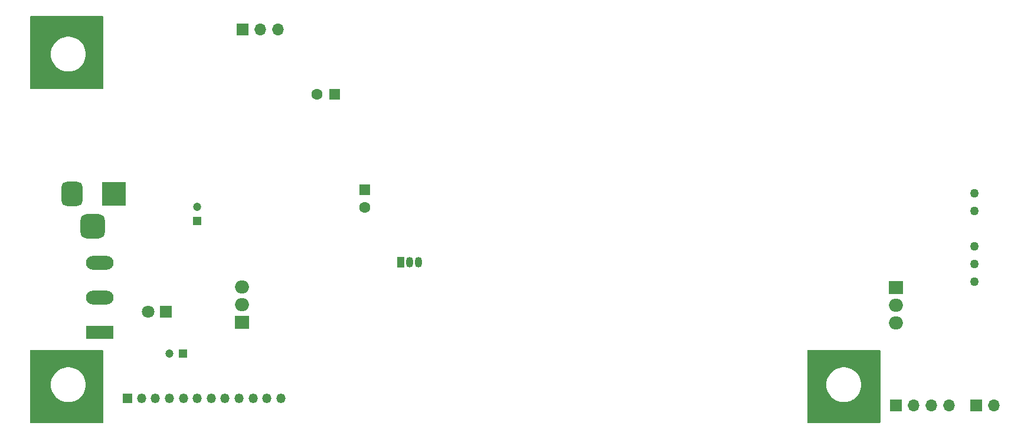
<source format=gbr>
%TF.GenerationSoftware,KiCad,Pcbnew,(6.0.2)*%
%TF.CreationDate,2022-03-19T11:44:55+11:00*%
%TF.ProjectId,T1200_PSU,54313230-305f-4505-9355-2e6b69636164,rev?*%
%TF.SameCoordinates,Original*%
%TF.FileFunction,Soldermask,Bot*%
%TF.FilePolarity,Negative*%
%FSLAX46Y46*%
G04 Gerber Fmt 4.6, Leading zero omitted, Abs format (unit mm)*
G04 Created by KiCad (PCBNEW (6.0.2)) date 2022-03-19 11:44:55*
%MOMM*%
%LPD*%
G01*
G04 APERTURE LIST*
G04 Aperture macros list*
%AMRoundRect*
0 Rectangle with rounded corners*
0 $1 Rounding radius*
0 $2 $3 $4 $5 $6 $7 $8 $9 X,Y pos of 4 corners*
0 Add a 4 corners polygon primitive as box body*
4,1,4,$2,$3,$4,$5,$6,$7,$8,$9,$2,$3,0*
0 Add four circle primitives for the rounded corners*
1,1,$1+$1,$2,$3*
1,1,$1+$1,$4,$5*
1,1,$1+$1,$6,$7*
1,1,$1+$1,$8,$9*
0 Add four rect primitives between the rounded corners*
20,1,$1+$1,$2,$3,$4,$5,0*
20,1,$1+$1,$4,$5,$6,$7,0*
20,1,$1+$1,$6,$7,$8,$9,0*
20,1,$1+$1,$8,$9,$2,$3,0*%
G04 Aperture macros list end*
%ADD10R,1.600000X1.600000*%
%ADD11C,1.600000*%
%ADD12R,3.960000X1.980000*%
%ADD13O,3.960000X1.980000*%
%ADD14R,1.800000X1.800000*%
%ADD15C,1.800000*%
%ADD16R,1.200000X1.200000*%
%ADD17C,1.200000*%
%ADD18R,1.350000X1.350000*%
%ADD19O,1.350000X1.350000*%
%ADD20R,3.500000X3.500000*%
%ADD21RoundRect,0.750000X-0.750000X-1.000000X0.750000X-1.000000X0.750000X1.000000X-0.750000X1.000000X0*%
%ADD22RoundRect,0.875000X-0.875000X-0.875000X0.875000X-0.875000X0.875000X0.875000X-0.875000X0.875000X0*%
%ADD23C,1.270000*%
%ADD24R,1.700000X1.700000*%
%ADD25O,1.700000X1.700000*%
%ADD26R,1.050000X1.500000*%
%ADD27O,1.050000X1.500000*%
%ADD28R,2.000000X1.905000*%
%ADD29O,2.000000X1.905000*%
G04 APERTURE END LIST*
D10*
%TO.C,C5*%
X60000000Y-37000000D03*
D11*
X60000000Y-39500000D03*
%TD*%
D12*
%TO.C,SW1*%
X22000000Y-57500000D03*
D13*
X22000000Y-52500000D03*
X22000000Y-47500000D03*
%TD*%
D14*
%TO.C,D4*%
X31500000Y-54500000D03*
D15*
X28960000Y-54500000D03*
%TD*%
D16*
%TO.C,C1*%
X33972600Y-60500000D03*
D17*
X31972600Y-60500000D03*
%TD*%
D18*
%TO.C,PJ4*%
X26000000Y-67000000D03*
D19*
X28000000Y-67000000D03*
X30000000Y-67000000D03*
X32000000Y-67000000D03*
X34000000Y-67000000D03*
X36000000Y-67000000D03*
X38000000Y-67000000D03*
X40000000Y-67000000D03*
X42000000Y-67000000D03*
X44000000Y-67000000D03*
X46000000Y-67000000D03*
X48000000Y-67000000D03*
%TD*%
D20*
%TO.C,PJ1*%
X24000000Y-37542500D03*
D21*
X18000000Y-37542500D03*
D22*
X21000000Y-42242500D03*
%TD*%
D23*
%TO.C,RLA1*%
X147500000Y-37500000D03*
X147500000Y-40040000D03*
X147500000Y-45120000D03*
X147500000Y-47660000D03*
X147500000Y-50200000D03*
%TD*%
D24*
%TO.C,PJ6*%
X147725000Y-68000000D03*
D25*
X150265000Y-68000000D03*
%TD*%
D26*
%TO.C,U1*%
X65230000Y-47411250D03*
D27*
X66500000Y-47411250D03*
X67770000Y-47411250D03*
%TD*%
D28*
%TO.C,U3*%
X42445000Y-56040000D03*
D29*
X42445000Y-53500000D03*
X42445000Y-50960000D03*
%TD*%
D24*
%TO.C,PJ5*%
X136200000Y-68000000D03*
D25*
X138740000Y-68000000D03*
X141280000Y-68000000D03*
X143820000Y-68000000D03*
%TD*%
D24*
%TO.C,J1*%
X42500000Y-14000000D03*
D25*
X45040000Y-14000000D03*
X47580000Y-14000000D03*
%TD*%
D16*
%TO.C,C3*%
X36000000Y-41472600D03*
D17*
X36000000Y-39472600D03*
%TD*%
D28*
%TO.C,U4*%
X136240000Y-51080000D03*
D29*
X136240000Y-53620000D03*
X136240000Y-56160000D03*
%TD*%
D10*
%TO.C,C7*%
X55705113Y-23300000D03*
D11*
X53205113Y-23300000D03*
%TD*%
G36*
X133942121Y-60020002D02*
G01*
X133988614Y-60073658D01*
X134000000Y-60126000D01*
X134000000Y-70374000D01*
X133979998Y-70442121D01*
X133926342Y-70488614D01*
X133874000Y-70500000D01*
X123626000Y-70500000D01*
X123557879Y-70479998D01*
X123511386Y-70426342D01*
X123500000Y-70374000D01*
X123500000Y-65003958D01*
X126250249Y-65003958D01*
X126269464Y-65309370D01*
X126270457Y-65317233D01*
X126327798Y-65617824D01*
X126329769Y-65625501D01*
X126424333Y-65916538D01*
X126427248Y-65923901D01*
X126557546Y-66200798D01*
X126561357Y-66207731D01*
X126725336Y-66466119D01*
X126729981Y-66472512D01*
X126925054Y-66708317D01*
X126930465Y-66714079D01*
X127153553Y-66923572D01*
X127159644Y-66928611D01*
X127407225Y-67108489D01*
X127413905Y-67112729D01*
X127682081Y-67260160D01*
X127689238Y-67263527D01*
X127973776Y-67376183D01*
X127981296Y-67378627D01*
X128277708Y-67454732D01*
X128285479Y-67456215D01*
X128589093Y-67494570D01*
X128596983Y-67495067D01*
X128903017Y-67495067D01*
X128910907Y-67494570D01*
X129214521Y-67456215D01*
X129222292Y-67454732D01*
X129518704Y-67378627D01*
X129526224Y-67376183D01*
X129810762Y-67263527D01*
X129817919Y-67260160D01*
X130086095Y-67112729D01*
X130092775Y-67108489D01*
X130340356Y-66928611D01*
X130346447Y-66923572D01*
X130569535Y-66714079D01*
X130574946Y-66708317D01*
X130770019Y-66472512D01*
X130774664Y-66466119D01*
X130938643Y-66207731D01*
X130942454Y-66200798D01*
X131072752Y-65923901D01*
X131075667Y-65916538D01*
X131170231Y-65625501D01*
X131172202Y-65617824D01*
X131229543Y-65317233D01*
X131230536Y-65309370D01*
X131249751Y-65003958D01*
X131249751Y-64996042D01*
X131230536Y-64690630D01*
X131229543Y-64682767D01*
X131172202Y-64382176D01*
X131170231Y-64374499D01*
X131075667Y-64083462D01*
X131072752Y-64076099D01*
X130942454Y-63799202D01*
X130938643Y-63792269D01*
X130774664Y-63533881D01*
X130770019Y-63527488D01*
X130574946Y-63291683D01*
X130569535Y-63285921D01*
X130346447Y-63076428D01*
X130340356Y-63071389D01*
X130092775Y-62891511D01*
X130086095Y-62887271D01*
X129817919Y-62739840D01*
X129810762Y-62736473D01*
X129526224Y-62623817D01*
X129518704Y-62621373D01*
X129222292Y-62545268D01*
X129214521Y-62543785D01*
X128910907Y-62505430D01*
X128903017Y-62504933D01*
X128596983Y-62504933D01*
X128589093Y-62505430D01*
X128285479Y-62543785D01*
X128277708Y-62545268D01*
X127981296Y-62621373D01*
X127973776Y-62623817D01*
X127689238Y-62736473D01*
X127682081Y-62739840D01*
X127413905Y-62887271D01*
X127407225Y-62891511D01*
X127159644Y-63071389D01*
X127153553Y-63076428D01*
X126930465Y-63285921D01*
X126925054Y-63291683D01*
X126729981Y-63527488D01*
X126725336Y-63533881D01*
X126561357Y-63792269D01*
X126557546Y-63799202D01*
X126427248Y-64076099D01*
X126424333Y-64083462D01*
X126329769Y-64374499D01*
X126327798Y-64382176D01*
X126270457Y-64682767D01*
X126269464Y-64690630D01*
X126250249Y-64996042D01*
X126250249Y-65003958D01*
X123500000Y-65003958D01*
X123500000Y-60126000D01*
X123520002Y-60057879D01*
X123573658Y-60011386D01*
X123626000Y-60000000D01*
X133874000Y-60000000D01*
X133942121Y-60020002D01*
G37*
G36*
X22442121Y-60020002D02*
G01*
X22488614Y-60073658D01*
X22500000Y-60126000D01*
X22500000Y-70374000D01*
X22479998Y-70442121D01*
X22426342Y-70488614D01*
X22374000Y-70500000D01*
X12126000Y-70500000D01*
X12057879Y-70479998D01*
X12011386Y-70426342D01*
X12000000Y-70374000D01*
X12000000Y-65003958D01*
X15000249Y-65003958D01*
X15019464Y-65309370D01*
X15020457Y-65317233D01*
X15077798Y-65617824D01*
X15079769Y-65625501D01*
X15174333Y-65916538D01*
X15177248Y-65923901D01*
X15307546Y-66200798D01*
X15311357Y-66207731D01*
X15475336Y-66466119D01*
X15479981Y-66472512D01*
X15675054Y-66708317D01*
X15680465Y-66714079D01*
X15903553Y-66923572D01*
X15909644Y-66928611D01*
X16157225Y-67108489D01*
X16163905Y-67112729D01*
X16432081Y-67260160D01*
X16439238Y-67263527D01*
X16723776Y-67376183D01*
X16731296Y-67378627D01*
X17027708Y-67454732D01*
X17035479Y-67456215D01*
X17339093Y-67494570D01*
X17346983Y-67495067D01*
X17653017Y-67495067D01*
X17660907Y-67494570D01*
X17964521Y-67456215D01*
X17972292Y-67454732D01*
X18268704Y-67378627D01*
X18276224Y-67376183D01*
X18560762Y-67263527D01*
X18567919Y-67260160D01*
X18836095Y-67112729D01*
X18842775Y-67108489D01*
X19090356Y-66928611D01*
X19096447Y-66923572D01*
X19319535Y-66714079D01*
X19324946Y-66708317D01*
X19520019Y-66472512D01*
X19524664Y-66466119D01*
X19688643Y-66207731D01*
X19692454Y-66200798D01*
X19822752Y-65923901D01*
X19825667Y-65916538D01*
X19920231Y-65625501D01*
X19922202Y-65617824D01*
X19979543Y-65317233D01*
X19980536Y-65309370D01*
X19999751Y-65003958D01*
X19999751Y-64996042D01*
X19980536Y-64690630D01*
X19979543Y-64682767D01*
X19922202Y-64382176D01*
X19920231Y-64374499D01*
X19825667Y-64083462D01*
X19822752Y-64076099D01*
X19692454Y-63799202D01*
X19688643Y-63792269D01*
X19524664Y-63533881D01*
X19520019Y-63527488D01*
X19324946Y-63291683D01*
X19319535Y-63285921D01*
X19096447Y-63076428D01*
X19090356Y-63071389D01*
X18842775Y-62891511D01*
X18836095Y-62887271D01*
X18567919Y-62739840D01*
X18560762Y-62736473D01*
X18276224Y-62623817D01*
X18268704Y-62621373D01*
X17972292Y-62545268D01*
X17964521Y-62543785D01*
X17660907Y-62505430D01*
X17653017Y-62504933D01*
X17346983Y-62504933D01*
X17339093Y-62505430D01*
X17035479Y-62543785D01*
X17027708Y-62545268D01*
X16731296Y-62621373D01*
X16723776Y-62623817D01*
X16439238Y-62736473D01*
X16432081Y-62739840D01*
X16163905Y-62887271D01*
X16157225Y-62891511D01*
X15909644Y-63071389D01*
X15903553Y-63076428D01*
X15680465Y-63285921D01*
X15675054Y-63291683D01*
X15479981Y-63527488D01*
X15475336Y-63533881D01*
X15311357Y-63792269D01*
X15307546Y-63799202D01*
X15177248Y-64076099D01*
X15174333Y-64083462D01*
X15079769Y-64374499D01*
X15077798Y-64382176D01*
X15020457Y-64682767D01*
X15019464Y-64690630D01*
X15000249Y-64996042D01*
X15000249Y-65003958D01*
X12000000Y-65003958D01*
X12000000Y-60126000D01*
X12020002Y-60057879D01*
X12073658Y-60011386D01*
X12126000Y-60000000D01*
X22374000Y-60000000D01*
X22442121Y-60020002D01*
G37*
G36*
X22442121Y-12020002D02*
G01*
X22488614Y-12073658D01*
X22500000Y-12126000D01*
X22500000Y-22374000D01*
X22479998Y-22442121D01*
X22426342Y-22488614D01*
X22374000Y-22500000D01*
X12126000Y-22500000D01*
X12057879Y-22479998D01*
X12011386Y-22426342D01*
X12000000Y-22374000D01*
X12000000Y-17503958D01*
X15000249Y-17503958D01*
X15019464Y-17809370D01*
X15020457Y-17817233D01*
X15077798Y-18117824D01*
X15079769Y-18125501D01*
X15174333Y-18416538D01*
X15177248Y-18423901D01*
X15307546Y-18700798D01*
X15311357Y-18707731D01*
X15475336Y-18966119D01*
X15479981Y-18972512D01*
X15675054Y-19208317D01*
X15680465Y-19214079D01*
X15903553Y-19423572D01*
X15909644Y-19428611D01*
X16157225Y-19608489D01*
X16163905Y-19612729D01*
X16432081Y-19760160D01*
X16439238Y-19763527D01*
X16723776Y-19876183D01*
X16731296Y-19878627D01*
X17027708Y-19954732D01*
X17035479Y-19956215D01*
X17339093Y-19994570D01*
X17346983Y-19995067D01*
X17653017Y-19995067D01*
X17660907Y-19994570D01*
X17964521Y-19956215D01*
X17972292Y-19954732D01*
X18268704Y-19878627D01*
X18276224Y-19876183D01*
X18560762Y-19763527D01*
X18567919Y-19760160D01*
X18836095Y-19612729D01*
X18842775Y-19608489D01*
X19090356Y-19428611D01*
X19096447Y-19423572D01*
X19319535Y-19214079D01*
X19324946Y-19208317D01*
X19520019Y-18972512D01*
X19524664Y-18966119D01*
X19688643Y-18707731D01*
X19692454Y-18700798D01*
X19822752Y-18423901D01*
X19825667Y-18416538D01*
X19920231Y-18125501D01*
X19922202Y-18117824D01*
X19979543Y-17817233D01*
X19980536Y-17809370D01*
X19999751Y-17503958D01*
X19999751Y-17496042D01*
X19980536Y-17190630D01*
X19979543Y-17182767D01*
X19922202Y-16882176D01*
X19920231Y-16874499D01*
X19825667Y-16583462D01*
X19822752Y-16576099D01*
X19692454Y-16299202D01*
X19688643Y-16292269D01*
X19524664Y-16033881D01*
X19520019Y-16027488D01*
X19324946Y-15791683D01*
X19319535Y-15785921D01*
X19096447Y-15576428D01*
X19090356Y-15571389D01*
X18842775Y-15391511D01*
X18836095Y-15387271D01*
X18567919Y-15239840D01*
X18560762Y-15236473D01*
X18276224Y-15123817D01*
X18268704Y-15121373D01*
X17972292Y-15045268D01*
X17964521Y-15043785D01*
X17660907Y-15005430D01*
X17653017Y-15004933D01*
X17346983Y-15004933D01*
X17339093Y-15005430D01*
X17035479Y-15043785D01*
X17027708Y-15045268D01*
X16731296Y-15121373D01*
X16723776Y-15123817D01*
X16439238Y-15236473D01*
X16432081Y-15239840D01*
X16163905Y-15387271D01*
X16157225Y-15391511D01*
X15909644Y-15571389D01*
X15903553Y-15576428D01*
X15680465Y-15785921D01*
X15675054Y-15791683D01*
X15479981Y-16027488D01*
X15475336Y-16033881D01*
X15311357Y-16292269D01*
X15307546Y-16299202D01*
X15177248Y-16576099D01*
X15174333Y-16583462D01*
X15079769Y-16874499D01*
X15077798Y-16882176D01*
X15020457Y-17182767D01*
X15019464Y-17190630D01*
X15000249Y-17496042D01*
X15000249Y-17503958D01*
X12000000Y-17503958D01*
X12000000Y-12126000D01*
X12020002Y-12057879D01*
X12073658Y-12011386D01*
X12126000Y-12000000D01*
X22374000Y-12000000D01*
X22442121Y-12020002D01*
G37*
M02*

</source>
